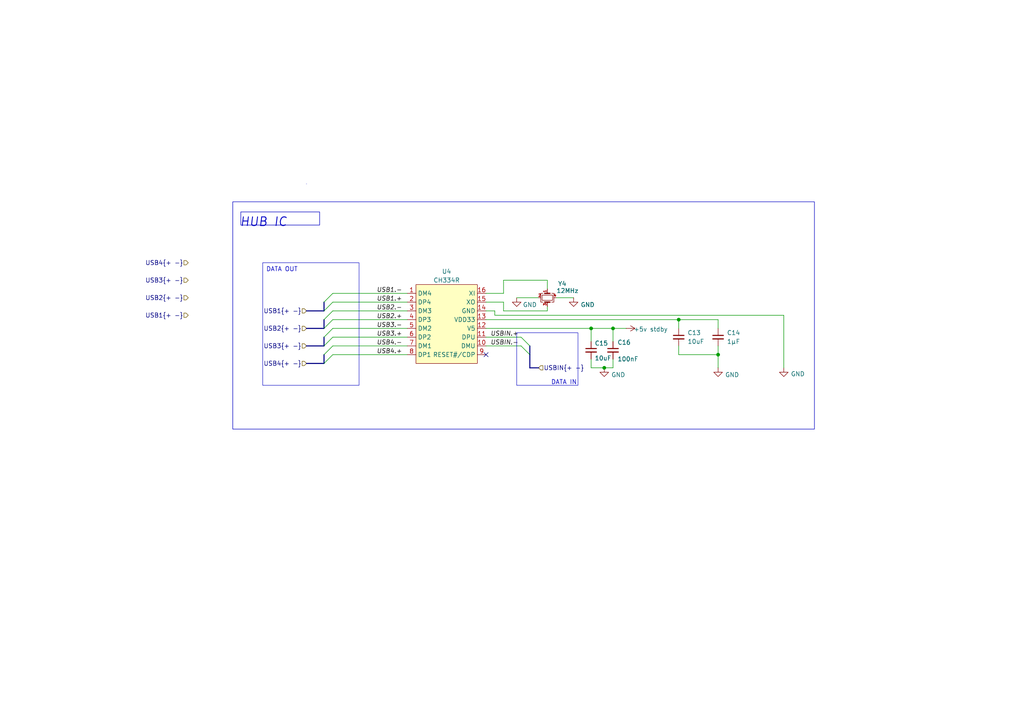
<source format=kicad_sch>
(kicad_sch (version 20231120) (generator "eeschema") (generator_version "8.0")
  (paper "A4")
  (title_block (title "CH334R embedded hub") (date "2024-11-15") (rev "A") (company "ModuCard System") (comment 1 "Artem Horiunov"))
  (lib_symbols
    (symbol "Device:C_Small" (pin_numbers hide) (pin_names (offset 0.254) hide)
      (property "Reference" "C" (at 0.254 1.778 0))
      (property "Value" "C_Small" (at 0.254 -2.032 0))
      (symbol "C_Small_0_1"
        (polyline (pts (xy -1.524 -0.508) (xy 1.524 -0.508)) (stroke (width 0.3302)))
        (polyline (pts (xy -1.524 0.508) (xy 1.524 0.508)) (stroke (width 0.3048)))
      )
      (symbol "C_Small_1_1"
        (pin passive line (at 0 2.54 270) (length 2.032) (name "~") (number "1"))
        (pin passive line (at 0 -2.54 90) (length 2.032) (name "~") (number "2"))
      )
    )
    (symbol "Device:Crystal_GND24_Small" (pin_names (offset 1.016) hide)
      (property "Reference" "Y" (at 1.27 4.445 0))
      (property "Value" "Crystal_GND24_Small" (at 1.27 2.54 0))
      (symbol "Crystal_GND24_Small_0_1"
        (rectangle (start -0.762 -1.524) (end 0.762 1.524))
        (polyline (pts (xy -1.27 -0.762) (xy -1.27 0.762)) (stroke (width 0.381)))
        (polyline (pts (xy 1.27 -0.762) (xy 1.27 0.762)) (stroke (width 0.381)))
        (polyline (pts (xy -1.27 -1.27) (xy -1.27 -1.905) (xy 1.27 -1.905) (xy 1.27 -1.27)))
        (polyline (pts (xy -1.27 1.27) (xy -1.27 1.905) (xy 1.27 1.905) (xy 1.27 1.27)))
      )
      (symbol "Crystal_GND24_Small_1_1"
        (pin passive line (at -2.54 0 0) (length 1.27) (name "1") (number "1"))
        (pin passive line (at 0 -2.54 90) (length 0.635) (name "2") (number "2"))
        (pin passive line (at 2.54 0 180) (length 1.27) (name "3") (number "3"))
        (pin passive line (at 0 2.54 270) (length 0.635) (name "4") (number "4"))
      )
    )
    (symbol "GND_1" (power) (pin_numbers hide) (pin_names (offset 0) hide)
      (property "Value" "GND" (at 0 -3.81 0))
      (symbol "GND_1_0_1"
        (polyline (pts (xy 0 0) (xy 0 -1.27) (xy 1.27 -1.27) (xy 0 -2.54) (xy -1.27 -1.27) (xy 0 -1.27)))
      )
      (symbol "GND_1_1_1"
        (pin power_in line (at 0 0 270) (length 0) (name "~") (number "1"))
      )
    )
    (symbol "WCH_USB:CH334R"
      (property "Reference" "U" (at 0 3.81 0))
      (property "Value" "CH334R" (at 0 1.27 0))
      (symbol "CH334R_0_1"
        (rectangle (start -8.89 0) (end 8.89 -22.86) (stroke (width 0.1524)) (fill (type background)))
      )
      (symbol "CH334R_1_1"
        (pin bidirectional line (at -11.43 -2.54 0) (length 2.54) (name "DM4") (number "1"))
        (pin bidirectional line (at 11.43 -17.78 180) (length 2.54) (name "DMU") (number "10"))
        (pin bidirectional line (at 11.43 -15.24 180) (length 2.54) (name "DPU") (number "11"))
        (pin power_in line (at 11.43 -12.7 180) (length 2.54) (name "V5") (number "12"))
        (pin power_out line (at 11.43 -10.16 180) (length 2.54) (name "VDD33") (number "13"))
        (pin power_in line (at 11.43 -7.62 180) (length 2.54) (name "GND") (number "14"))
        (pin bidirectional line (at 11.43 -5.08 180) (length 2.54) (name "XO") (number "15"))
        (pin bidirectional line (at 11.43 -2.54 180) (length 2.54) (name "XI") (number "16"))
        (pin bidirectional line (at -11.43 -5.08 0) (length 2.54) (name "DP4") (number "2"))
        (pin bidirectional line (at -11.43 -7.62 0) (length 2.54) (name "DM3") (number "3"))
        (pin bidirectional line (at -11.43 -10.16 0) (length 2.54) (name "DP3") (number "4"))
        (pin bidirectional line (at -11.43 -12.7 0) (length 2.54) (name "DM2") (number "5"))
        (pin bidirectional line (at -11.43 -15.24 0) (length 2.54) (name "DP2") (number "6"))
        (pin bidirectional line (at -11.43 -17.78 0) (length 2.54) (name "DM1") (number "7"))
        (pin bidirectional line (at -11.43 -20.32 0) (length 2.54) (name "DP1") (number "8"))
        (pin bidirectional line (at 11.43 -20.32 180) (length 2.54) (name "RESET#/CDP") (number "9"))
      )
    )
    (symbol "power:+12V" (power) (pin_numbers hide) (pin_names (offset 0) hide)
      (property "Value" "+12V" (at 0 3.556 0))
      (symbol "+12V_0_1"
        (polyline (pts (xy -0.762 1.27) (xy 0 2.54)))
        (polyline (pts (xy 0 0) (xy 0 2.54)))
        (polyline (pts (xy 0 2.54) (xy 0.762 1.27)))
      )
      (symbol "+12V_1_1"
        (pin power_in line (at 0 0 90) (length 0) (name "~") (number "1"))
      )
    )
    (symbol "power:GND" (power) (pin_numbers hide) (pin_names (offset 0) hide)
      (property "Value" "GND" (at 0 -3.81 0))
      (symbol "GND_0_1"
        (polyline (pts (xy 0 0) (xy 0 -1.27) (xy 1.27 -1.27) (xy 0 -2.54) (xy -1.27 -1.27) (xy 0 -1.27)))
      )
      (symbol "GND_1_1"
        (pin power_in line (at 0 0 270) (length 0) (name "~") (number "1"))
      )
    )
  )
  (junction (at 196.85 92.71))
  (junction (at 171.45 95.25))
  (junction (at 175.26 106.68))
  (junction (at 177.8 95.25))
  (junction (at 208.28 102.87))
  (no_connect (at 140.97 102.87))
  (bus_entry (at 96.52 90.17) (size -2.54 2.54))
  (bus_entry (at 96.52 100.33) (size -2.54 2.54))
  (bus_entry (at 96.52 92.71) (size -2.54 2.54))
  (bus_entry (at 151.13 97.79) (size 2.54 2.54))
  (bus_entry (at 96.52 95.25) (size -2.54 2.54))
  (bus_entry (at 96.52 97.79) (size -2.54 2.54))
  (bus_entry (at 96.52 87.63) (size -2.54 2.54))
  (bus_entry (at 96.52 102.87) (size -2.54 2.54))
  (bus_entry (at 151.13 100.33) (size 2.54 2.54))
  (bus_entry (at 96.52 85.09) (size -2.54 2.54))
  (wire (pts (xy 158.75 90.17) (xy 146.05 90.17)))
  (bus (pts (xy 93.98 105.41) (xy 88.9 105.41)))
  (wire (pts (xy 177.8 95.25) (xy 181.61 95.25)))
  (wire (pts (xy 208.28 102.87) (xy 208.28 100.33)))
  (wire (pts (xy 96.52 102.87) (xy 118.11 102.87)))
  (bus (pts (xy 93.98 102.87) (xy 93.98 105.41)))
  (wire (pts (xy 196.85 92.71) (xy 208.28 92.71)))
  (wire (pts (xy 158.75 83.82) (xy 158.75 81.28)))
  (wire (pts (xy 227.33 91.44) (xy 143.51 91.44)))
  (wire (pts (xy 196.85 102.87) (xy 208.28 102.87)))
  (wire (pts (xy 96.52 92.71) (xy 118.11 92.71)))
  (bus (pts (xy 153.67 102.87) (xy 153.67 106.68)))
  (wire (pts (xy 96.52 85.09) (xy 118.11 85.09)))
  (wire (pts (xy 140.97 97.79) (xy 151.13 97.79)))
  (wire (pts (xy 158.75 81.28) (xy 146.05 81.28)))
  (wire (pts (xy 227.33 91.44) (xy 227.33 106.68)))
  (wire (pts (xy 146.05 81.28) (xy 146.05 85.09)))
  (wire (pts (xy 96.52 90.17) (xy 118.11 90.17)))
  (wire (pts (xy 146.05 90.17) (xy 146.05 87.63)))
  (wire (pts (xy 177.8 95.25) (xy 177.8 99.06)))
  (wire (pts (xy 140.97 90.17) (xy 143.51 90.17)))
  (wire (pts (xy 96.52 87.63) (xy 118.11 87.63)))
  (wire (pts (xy 171.45 95.25) (xy 177.8 95.25)))
  (wire (pts (xy 161.29 86.36) (xy 166.37 86.36)))
  (bus (pts (xy 93.98 100.33) (xy 88.9 100.33)))
  (wire (pts (xy 208.28 95.25) (xy 208.28 92.71)))
  (wire (pts (xy 196.85 92.71) (xy 196.85 95.25)))
  (wire (pts (xy 158.75 88.9) (xy 158.75 90.17)))
  (bus (pts (xy 93.98 92.71) (xy 93.98 95.25)))
  (bus (pts (xy 93.98 87.63) (xy 93.98 90.17)))
  (wire (pts (xy 140.97 100.33) (xy 151.13 100.33)))
  (wire (pts (xy 140.97 95.25) (xy 171.45 95.25)))
  (wire (pts (xy 171.45 106.68) (xy 171.45 104.14)))
  (wire (pts (xy 96.52 95.25) (xy 118.11 95.25)))
  (bus (pts (xy 93.98 95.25) (xy 88.9 95.25)))
  (wire (pts (xy 143.51 90.17) (xy 143.51 91.44)))
  (wire (pts (xy 171.45 95.25) (xy 171.45 99.06)))
  (wire (pts (xy 96.52 97.79) (xy 118.11 97.79)))
  (wire (pts (xy 96.52 100.33) (xy 118.11 100.33)))
  (wire (pts (xy 146.05 85.09) (xy 140.97 85.09)))
  (wire (pts (xy 156.21 86.36) (xy 149.86 86.36)))
  (wire (pts (xy 196.85 100.33) (xy 196.85 102.87)))
  (bus (pts (xy 153.67 100.33) (xy 153.67 102.87)))
  (wire (pts (xy 208.28 106.68) (xy 208.28 102.87)))
  (wire (pts (xy 177.8 106.68) (xy 175.26 106.68)))
  (wire (pts (xy 175.26 106.68) (xy 171.45 106.68)))
  (bus (pts (xy 93.98 97.79) (xy 93.98 100.33)))
  (bus (pts (xy 93.98 90.17) (xy 88.9 90.17)))
  (wire (pts (xy 146.05 87.63) (xy 140.97 87.63)))
  (bus (pts (xy 153.67 106.68) (xy 156.21 106.68)))
  (wire (pts (xy 140.97 92.71) (xy 196.85 92.71)))
  (wire (pts (xy 177.8 104.14) (xy 177.8 106.68)))
  (rectangle (start 76.2 76.2) (end 104.14 111.76) (stroke (width 0.127)))
  (rectangle (start 149.86 96.52) (end 167.64 111.76) (stroke (width 0.127)))
  (rectangle (start 67.5148 58.5348) (end 236.22 124.46))
  (rectangle (start 88.9 53.34) (end 88.9 53.34))
  (rectangle (start 69.85 61.468) (end 92.71 65.278))
  (text "DATA OUT\n" (at 81.788 78.232 0) (effects (font (size 1.27 1.27))))
  (text "DATA IN\n" (at 163.576 110.998 0) (effects (font (size 1.27 1.27))))
  (text "HUB IC\n" (at 76.454 64.516 0) (effects (font (size 2.54 2.54) (thickness 0.254) (bold yes) (italic yes))))
  (label "USB4.+" (at 109.22 102.87 0) (effects (font (italic yes))))
  (label "USBIN.-" (at 142.24 100.33 0) (effects (font (italic yes))))
  (label "USB3.+" (at 109.22 97.79 0) (effects (font (italic yes))))
  (label "USBIN.+" (at 142.24 97.79 0) (effects (font (italic yes))))
  (label "USB1.+" (at 109.22 87.63 0) (effects (font (italic yes))))
  (label "USB3.-" (at 109.22 95.25 0) (effects (font (italic yes))))
  (label "USB2.-" (at 109.22 90.17 0) (effects (font (italic yes))))
  (label "USB2.+" (at 109.22 92.71 0) (effects (font (italic yes))))
  (label "USB1.-" (at 109.22 85.09 0) (effects (font (italic yes))))
  (label "USB4.-" (at 109.22 100.33 0) (effects (font (italic yes))))
  (hierarchical_label "USB1{+ -}" (shape input) (at 54.61 91.44 180))
  (hierarchical_label "USB4{+ -}" (shape input) (at 88.9 105.41 180))
  (hierarchical_label "USB2{+ -}" (shape input) (at 54.61 86.36 180))
  (hierarchical_label "USB2{+ -}" (shape input) (at 88.9 95.25 180))
  (hierarchical_label "USBIN{+ -}" (shape input) (at 156.21 106.68 0))
  (hierarchical_label "USB3{+ -}" (shape input) (at 54.61 81.28 180))
  (hierarchical_label "USB4{+ -}" (shape input) (at 54.61 76.2 180))
  (hierarchical_label "USB1{+ -}" (shape input) (at 88.9 90.17 180))
  (hierarchical_label "USB3{+ -}" (shape input) (at 88.9 100.33 180))
  (symbol (lib_name "GND_1") (lib_id "power:GND") (at 208.28 106.68 0) (unit 1)
    (property "Reference" "#PWR0269" (effects (hide yes)))
    (property "Value" "GND" (at 212.344 108.712 0))
    (property "Description" "Power symbol creates a global label with name \"GND\" , ground" (effects (hide yes)))
    (instances (project "ModuCard-System-ActiveBackplane" (path "" (reference "#PWR0269") (unit 1)) (path "" (reference "#PWR045") (unit 1)) (path "" (reference "#PWR087") (unit 1)) (path "" (reference "#PWR0263") (unit 1)) (path "" (reference "#PWR0479") (unit 1))))
  )
  (symbol (lib_id "Device:Crystal_GND24_Small") (at 158.75 86.36 270) (unit 1)
    (property "Reference" "Y4" (at 163.068 82.296 90))
    (property "Value" "12MHz" (at 164.592 84.328 90))
    (property "Footprint" "Crystal:Crystal_SMD_3225-4Pin_3.2x2.5mm" (effects (hide yes)))
    (instances (project "ModuCard-System-ActiveBackplane" (path "" (reference "Y4") (unit 1)) (path "" (reference "Y1") (unit 1)) (path "" (reference "Y2") (unit 1)) (path "" (reference "Y3") (unit 1)) (path "" (reference "Y5") (unit 1))))
  )
  (symbol (lib_name "GND_1") (lib_id "power:GND") (at 175.26 106.68 0) (unit 1)
    (property "Reference" "#PWR0268" (effects (hide yes)))
    (property "Value" "GND" (at 179.324 108.712 0))
    (property "Description" "Power symbol creates a global label with name \"GND\" , ground" (effects (hide yes)))
    (instances (project "ModuCard-System-ActiveBackplane" (path "" (reference "#PWR0268") (unit 1)) (path "" (reference "#PWR044") (unit 1)) (path "" (reference "#PWR086") (unit 1)) (path "" (reference "#PWR0262") (unit 1)) (path "" (reference "#PWR0478") (unit 1))))
  )
  (symbol (lib_id "WCH_USB:CH334R") (at 129.54 82.55 0) (unit 1)
    (property "Reference" "U4" (at 129.54 78.74 0))
    (property "Value" "CH334R" (at 129.54 81.28 0))
    (property "Footprint" "Package_SO:QSOP-16_3.9x4.9mm_P0.635mm" (effects (hide yes)))
    (instances (project "ModuCard-System-ActiveBackplane" (path "" (reference "U4") (unit 1)) (path "" (reference "U1") (unit 1)) (path "" (reference "U2") (unit 1)) (path "" (reference "U3") (unit 1)) (path "" (reference "U5") (unit 1))))
  )
  (symbol (lib_id "power:+12V") (at 181.61 95.25 270) (unit 1)
    (property "Reference" "#PWR0267" (effects (hide yes)))
    (property "Value" "+5v stdby" (at 188.722 95.504 90))
    (property "Description" "Power symbol creates a global label with name \"+12V\"" (effects (hide yes)))
    (instances (project "ModuCard-System-ActiveBackplane" (path "" (reference "#PWR0267") (unit 1)) (path "" (reference "#PWR043") (unit 1)) (path "" (reference "#PWR085") (unit 1)) (path "" (reference "#PWR0261") (unit 1)) (path "" (reference "#PWR0477") (unit 1))))
  )
  (symbol (lib_name "GND_1") (lib_id "power:GND") (at 166.37 86.36 0) (unit 1)
    (property "Reference" "#PWR0266" (effects (hide yes)))
    (property "Value" "GND" (at 170.434 88.392 0))
    (property "Description" "Power symbol creates a global label with name \"GND\" , ground" (effects (hide yes)))
    (instances (project "ModuCard-System-ActiveBackplane" (path "" (reference "#PWR0266") (unit 1)) (path "" (reference "#PWR042") (unit 1)) (path "" (reference "#PWR084") (unit 1)) (path "" (reference "#PWR0260") (unit 1)) (path "" (reference "#PWR0476") (unit 1))))
  )
  (symbol (lib_id "Device:C_Small") (at 208.28 97.79 0) (unit 1)
    (property "Reference" "C14" (at 210.82 96.52 0) (effects (justify left)))
    (property "Value" "1μF" (at 210.82 99.06 0) (effects (justify left)))
    (property "Footprint" "Capacitor_SMD:C_0603_1608Metric" (effects (hide yes)))
    (instances (project "ModuCard-System-ActiveBackplane" (path "" (reference "C14") (unit 1)) (path "" (reference "C2") (unit 1)) (path "" (reference "C6") (unit 1)) (path "" (reference "C10") (unit 1)) (path "" (reference "C18") (unit 1))))
  )
  (symbol (lib_id "Device:C_Small") (at 177.8 101.6 0) (unit 1)
    (property "Reference" "C16" (at 179.07 99.314 0) (effects (justify left)))
    (property "Value" "100nF" (at 179.07 104.14 0) (effects (justify left)))
    (property "Footprint" "Capacitor_SMD:C_0603_1608Metric" (effects (hide yes)))
    (instances (project "ModuCard-System-ActiveBackplane" (path "" (reference "C16") (unit 1)) (path "" (reference "C4") (unit 1)) (path "" (reference "C8") (unit 1)) (path "" (reference "C12") (unit 1)) (path "" (reference "C20") (unit 1))))
  )
  (symbol (lib_id "power:GND") (at 227.33 106.68 0) (unit 1)
    (property "Reference" "#PWR0270" (effects (hide yes)))
    (property "Value" "GND" (at 231.394 108.458 0))
    (property "Description" "Power symbol creates a global label with name \"GND\" , ground" (effects (hide yes)))
    (instances (project "ModuCard-System-ActiveBackplane" (path "" (reference "#PWR0270") (unit 1)) (path "" (reference "#PWR046") (unit 1)) (path "" (reference "#PWR088") (unit 1)) (path "" (reference "#PWR0264") (unit 1)) (path "" (reference "#PWR0480") (unit 1))))
  )
  (symbol (lib_name "GND_1") (lib_id "power:GND") (at 149.86 86.36 0) (unit 1)
    (property "Reference" "#PWR0265" (effects (hide yes)))
    (property "Value" "GND" (at 153.67 88.392 0))
    (property "Description" "Power symbol creates a global label with name \"GND\" , ground" (effects (hide yes)))
    (instances (project "ModuCard-System-ActiveBackplane" (path "" (reference "#PWR0265") (unit 1)) (path "" (reference "#PWR041") (unit 1)) (path "" (reference "#PWR083") (unit 1)) (path "" (reference "#PWR0259") (unit 1)) (path "" (reference "#PWR0475") (unit 1))))
  )
  (symbol (lib_id "Device:C_Small") (at 196.85 97.79 0) (unit 1)
    (property "Reference" "C13" (at 199.39 96.52 0) (effects (justify left)))
    (property "Value" "10uF" (at 199.39 99.06 0) (effects (justify left)))
    (property "Footprint" "Capacitor_SMD:C_0603_1608Metric" (effects (hide yes)))
    (instances (project "ModuCard-System-ActiveBackplane" (path "" (reference "C13") (unit 1)) (path "" (reference "C1") (unit 1)) (path "" (reference "C5") (unit 1)) (path "" (reference "C9") (unit 1)) (path "" (reference "C17") (unit 1))))
  )
  (symbol (lib_id "Device:C_Small") (at 171.45 101.6 0) (unit 1)
    (property "Reference" "C15" (at 172.466 99.568 0) (effects (justify left)))
    (property "Value" "10uF" (at 172.466 103.886 0) (effects (justify left)))
    (property "Footprint" "Capacitor_SMD:C_0603_1608Metric" (effects (hide yes)))
    (instances (project "ModuCard-System-ActiveBackplane" (path "" (reference "C15") (unit 1)) (path "" (reference "C3") (unit 1)) (path "" (reference "C7") (unit 1)) (path "" (reference "C11") (unit 1)) (path "" (reference "C19") (unit 1))))
  )
)
</source>
